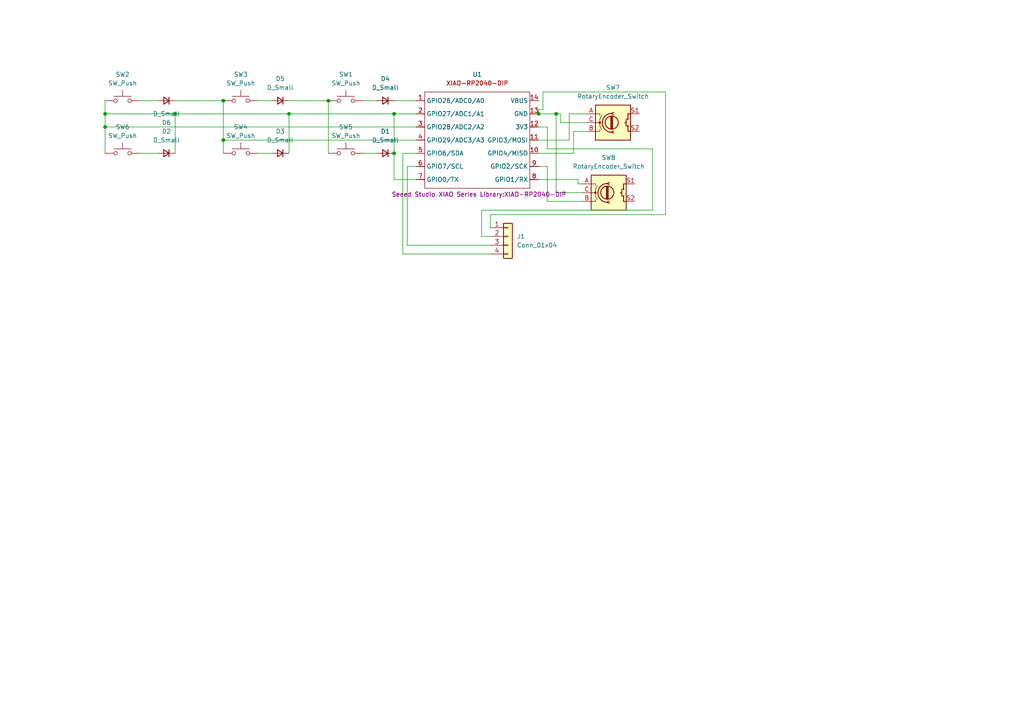
<source format=kicad_sch>
(kicad_sch (version 20250114) (generator "eeschema") (generator_version "9.0")
  (paper "A4")
  (lib_symbols
    (symbol "Connector_Generic:Conn_01x04" (pin_names (offset 1.016) (hide yes))
      (property "Reference" "J" (at 0 5.08 0))
      (property "Value" "Conn_01x04" (at 0 -7.62 0))
      (symbol "Conn_01x04_1_1"
        (rectangle (start -1.27 3.81) (end 1.27 -6.35) (stroke (width 0.254)) (fill (type background)))
        (rectangle (start -1.27 2.667) (end 0 2.413) (stroke (width 0.1524)))
        (rectangle (start -1.27 0.127) (end 0 -0.127) (stroke (width 0.1524)))
        (rectangle (start -1.27 -2.413) (end 0 -2.667) (stroke (width 0.1524)))
        (rectangle (start -1.27 -4.953) (end 0 -5.207) (stroke (width 0.1524)))
        (pin passive line (at -5.08 2.54 0) (length 3.81) (name "Pin_1") (number "1"))
        (pin passive line (at -5.08 0 0) (length 3.81) (name "Pin_2") (number "2"))
        (pin passive line (at -5.08 -2.54 0) (length 3.81) (name "Pin_3") (number "3"))
        (pin passive line (at -5.08 -5.08 0) (length 3.81) (name "Pin_4") (number "4"))
      )
    )
    (symbol "Device:D_Small" (pin_numbers (hide yes)) (pin_names (offset 0.254) (hide yes))
      (property "Reference" "D" (at -1.27 2.032 0))
      (property "Value" "D_Small" (at -3.81 -2.032 0))
      (symbol "D_Small_0_1"
        (polyline (pts (xy -0.762 0) (xy 0.762 0)))
        (polyline (pts (xy -0.762 -1.016) (xy -0.762 1.016)) (stroke (width 0.254)))
        (polyline (pts (xy 0.762 -1.016) (xy -0.762 0) (xy 0.762 1.016) (xy 0.762 -1.016)) (stroke (width 0.254)))
      )
      (symbol "D_Small_1_1"
        (pin passive line (at -2.54 0 0) (length 1.778) (name "K") (number "1"))
        (pin passive line (at 2.54 0 180) (length 1.778) (name "A") (number "2"))
      )
    )
    (symbol "Device:RotaryEncoder_Switch" (pin_names (offset 0.254) (hide yes))
      (property "Reference" "SW" (at 0 6.604 0))
      (property "Value" "RotaryEncoder_Switch" (at 0 -6.604 0))
      (symbol "RotaryEncoder_Switch_0_1"
        (rectangle (start -5.08 5.08) (end 5.08 -5.08) (stroke (width 0.254)) (fill (type background)))
        (polyline (pts (xy -5.08 2.54) (xy -3.81 2.54) (xy -3.81 2.032)))
        (polyline (pts (xy -5.08 0) (xy -3.81 0) (xy -3.81 -1.016) (xy -3.302 -2.032)))
        (polyline (pts (xy -5.08 -2.54) (xy -3.81 -2.54) (xy -3.81 -2.032)))
        (polyline (pts (xy -4.318 0) (xy -3.81 0) (xy -3.81 1.016) (xy -3.302 2.032)))
        (circle (center -3.81 0) (radius 0.254) (fill (type outline)))
        (polyline (pts (xy -0.635 -1.778) (xy -0.635 1.778)) (stroke (width 0.254)))
        (circle (center -0.381 0) (radius 1.905) (stroke (width 0.254)))
        (polyline (pts (xy -0.381 -1.778) (xy -0.381 1.778)) (stroke (width 0.254)))
        (arc (start -0.381 -2.794) (mid -3.0988 -0.0635) (end -0.381 2.667) (stroke (width 0.254)))
        (polyline (pts (xy -0.127 1.778) (xy -0.127 -1.778)) (stroke (width 0.254)))
        (polyline (pts (xy 0.254 2.921) (xy -0.508 2.667) (xy 0.127 2.286)) (stroke (width 0.254)))
        (polyline (pts (xy 0.254 -3.048) (xy -0.508 -2.794) (xy 0.127 -2.413)) (stroke (width 0.254)))
        (polyline (pts (xy 3.81 1.016) (xy 3.81 -1.016)) (stroke (width 0.254)))
        (polyline (pts (xy 3.81 0) (xy 3.429 0)) (stroke (width 0.254)))
        (circle (center 4.318 1.016) (radius 0.127) (stroke (width 0.254)))
        (circle (center 4.318 -1.016) (radius 0.127) (stroke (width 0.254)))
        (polyline (pts (xy 5.08 2.54) (xy 4.318 2.54) (xy 4.318 1.016)) (stroke (width 0.254)))
        (polyline (pts (xy 5.08 -2.54) (xy 4.318 -2.54) (xy 4.318 -1.016)) (stroke (width 0.254)))
      )
      (symbol "RotaryEncoder_Switch_1_1"
        (pin passive line (at -7.62 2.54 0) (length 2.54) (name "A") (number "A"))
        (pin passive line (at -7.62 0 0) (length 2.54) (name "C") (number "C"))
        (pin passive line (at -7.62 -2.54 0) (length 2.54) (name "B") (number "B"))
        (pin passive line (at 7.62 2.54 180) (length 2.54) (name "S1") (number "S1"))
        (pin passive line (at 7.62 -2.54 180) (length 2.54) (name "S2") (number "S2"))
      )
    )
    (symbol "Seeed_Studio_XIAO_Series:XIAO-RP2040-DIP"
      (property "Reference" "U" (at 0 0 0))
      (property "Value" "XIAO-RP2040-DIP" (at 5.334 -1.778 0))
      (symbol "XIAO-RP2040-DIP_1_0"
        (polyline (pts (xy -1.27 -2.54) (xy 29.21 -2.54)) (stroke (width 0.1524)))
        (polyline (pts (xy -1.27 -5.08) (xy -2.54 -5.08)) (stroke (width 0.1524)))
        (polyline (pts (xy -1.27 -5.08) (xy -1.27 -2.54)) (stroke (width 0.1524)))
        (polyline (pts (xy -1.27 -8.89) (xy -2.54 -8.89)) (stroke (width 0.1524)))
        (polyline (pts (xy -1.27 -8.89) (xy -1.27 -5.08)) (stroke (width 0.1524)))
        (polyline (pts (xy -1.27 -12.7) (xy -2.54 -12.7)) (stroke (width 0.1524)))
        (polyline (pts (xy -1.27 -12.7) (xy -1.27 -8.89)) (stroke (width 0.1524)))
        (polyline (pts (xy -1.27 -16.51) (xy -2.54 -16.51)) (stroke (width 0.1524)))
        (polyline (pts (xy -1.27 -16.51) (xy -1.27 -12.7)) (stroke (width 0.1524)))
        (polyline (pts (xy -1.27 -20.32) (xy -2.54 -20.32)) (stroke (width 0.1524)))
        (polyline (pts (xy -1.27 -24.13) (xy -2.54 -24.13)) (stroke (width 0.1524)))
        (polyline (pts (xy -1.27 -27.94) (xy -2.54 -27.94)) (stroke (width 0.1524)))
        (polyline (pts (xy -1.27 -30.48) (xy -1.27 -16.51)) (stroke (width 0.1524)))
        (polyline (pts (xy 29.21 -2.54) (xy 29.21 -5.08)) (stroke (width 0.1524)))
        (polyline (pts (xy 29.21 -5.08) (xy 29.21 -8.89)) (stroke (width 0.1524)))
        (polyline (pts (xy 29.21 -8.89) (xy 29.21 -12.7)) (stroke (width 0.1524)))
        (polyline (pts (xy 29.21 -12.7) (xy 29.21 -30.48)) (stroke (width 0.1524)))
        (polyline (pts (xy 29.21 -30.48) (xy -1.27 -30.48)) (stroke (width 0.1524)))
        (polyline (pts (xy 30.48 -5.08) (xy 29.21 -5.08)) (stroke (width 0.1524)))
        (polyline (pts (xy 30.48 -8.89) (xy 29.21 -8.89)) (stroke (width 0.1524)))
        (polyline (pts (xy 30.48 -12.7) (xy 29.21 -12.7)) (stroke (width 0.1524)))
        (polyline (pts (xy 30.48 -16.51) (xy 29.21 -16.51)) (stroke (width 0.1524)))
        (polyline (pts (xy 30.48 -20.32) (xy 29.21 -20.32)) (stroke (width 0.1524)))
        (polyline (pts (xy 30.48 -24.13) (xy 29.21 -24.13)) (stroke (width 0.1524)))
        (polyline (pts (xy 30.48 -27.94) (xy 29.21 -27.94)) (stroke (width 0.1524)))
        (pin passive line (at -3.81 -5.08 0) (length 2.54) (name "GPIO26/ADC0/A0") (number "1"))
        (pin passive line (at -3.81 -8.89 0) (length 2.54) (name "GPIO27/ADC1/A1") (number "2"))
        (pin passive line (at -3.81 -12.7 0) (length 2.54) (name "GPIO28/ADC2/A2") (number "3"))
        (pin passive line (at -3.81 -16.51 0) (length 2.54) (name "GPIO29/ADC3/A3") (number "4"))
        (pin passive line (at -3.81 -20.32 0) (length 2.54) (name "GPIO6/SDA") (number "5"))
        (pin passive line (at -3.81 -24.13 0) (length 2.54) (name "GPIO7/SCL") (number "6"))
        (pin passive line (at -3.81 -27.94 0) (length 2.54) (name "GPIO0/TX") (number "7"))
        (pin passive line (at 31.75 -5.08 180) (length 2.54) (name "VBUS") (number "14"))
        (pin passive line (at 31.75 -8.89 180) (length 2.54) (name "GND") (number "13"))
        (pin passive line (at 31.75 -12.7 180) (length 2.54) (name "3V3") (number "12"))
        (pin passive line (at 31.75 -16.51 180) (length 2.54) (name "GPIO3/MOSI") (number "11"))
        (pin passive line (at 31.75 -20.32 180) (length 2.54) (name "GPIO4/MISO") (number "10"))
        (pin passive line (at 31.75 -24.13 180) (length 2.54) (name "GPIO2/SCK") (number "9"))
        (pin passive line (at 31.75 -27.94 180) (length 2.54) (name "GPIO1/RX") (number "8"))
      )
    )
    (symbol "Switch:SW_Push" (pin_numbers (hide yes)) (pin_names (offset 1.016) (hide yes))
      (property "Reference" "SW" (at 1.27 2.54 0))
      (property "Value" "SW_Push" (at 0 -1.524 0))
      (symbol "SW_Push_0_1"
        (circle (center -2.032 0) (radius 0.508))
        (polyline (pts (xy 0 1.27) (xy 0 3.048)))
        (circle (center 2.032 0) (radius 0.508))
        (polyline (pts (xy 2.54 1.27) (xy -2.54 1.27)))
        (pin passive line (at -5.08 0 0) (length 2.54) (name "1") (number "1"))
        (pin passive line (at 5.08 0 180) (length 2.54) (name "2") (number "2"))
      )
    )
  )
  (junction (at 83.82 33.02))
  (junction (at 95.25 29.21))
  (junction (at 64.77 29.21))
  (junction (at 30.48 36.83))
  (junction (at 114.3 44.45))
  (junction (at 114.3 33.02))
  (junction (at 156.21 33.02))
  (junction (at 30.48 33.02))
  (junction (at 64.77 40.64))
  (junction (at 50.8 33.02))
  (junction (at 161.29 33.02))
  (wire (pts (xy 156.21 33.02) (xy 161.29 33.02)))
  (wire (pts (xy 165.1 40.64) (xy 156.21 40.64)))
  (wire (pts (xy 116.84 44.45) (xy 120.65 44.45)))
  (wire (pts (xy 30.48 33.02) (xy 30.48 36.83)))
  (wire (pts (xy 105.41 44.45) (xy 109.22 44.45)))
  (wire (pts (xy 158.75 48.26) (xy 156.21 48.26)))
  (wire (pts (xy 189.23 43.18) (xy 158.75 43.18)))
  (wire (pts (xy 74.93 44.45) (xy 78.74 44.45)))
  (wire (pts (xy 30.48 29.21) (xy 30.48 33.02)))
  (wire (pts (xy 158.75 43.18) (xy 158.75 36.83)))
  (wire (pts (xy 114.3 33.02) (xy 114.3 44.45)))
  (wire (pts (xy 40.64 44.45) (xy 45.72 44.45)))
  (wire (pts (xy 168.91 55.88) (xy 161.29 55.88)))
  (wire (pts (xy 158.75 58.42) (xy 158.75 48.26)))
  (wire (pts (xy 30.48 36.83) (xy 30.48 44.45)))
  (wire (pts (xy 166.37 38.1) (xy 166.37 44.45)))
  (wire (pts (xy 50.8 33.02) (xy 83.82 33.02)))
  (wire (pts (xy 170.18 38.1) (xy 166.37 38.1)))
  (wire (pts (xy 114.3 52.07) (xy 114.3 44.45)))
  (wire (pts (xy 193.04 26.67) (xy 157.48 26.67)))
  (wire (pts (xy 120.65 52.07) (xy 114.3 52.07)))
  (wire (pts (xy 30.48 36.83) (xy 120.65 36.83)))
  (wire (pts (xy 158.75 36.83) (xy 156.21 36.83)))
  (wire (pts (xy 118.11 48.26) (xy 120.65 48.26)))
  (wire (pts (xy 142.24 62.23) (xy 193.04 62.23)))
  (wire (pts (xy 118.11 71.12) (xy 118.11 48.26)))
  (wire (pts (xy 167.64 53.34) (xy 168.91 53.34)))
  (wire (pts (xy 139.7 68.58) (xy 139.7 60.96)))
  (wire (pts (xy 64.77 40.64) (xy 120.65 40.64)))
  (wire (pts (xy 83.82 33.02) (xy 114.3 33.02)))
  (wire (pts (xy 161.29 55.88) (xy 161.29 33.02)))
  (wire (pts (xy 74.93 29.21) (xy 78.74 29.21)))
  (wire (pts (xy 50.8 29.21) (xy 64.77 29.21)))
  (wire (pts (xy 168.91 58.42) (xy 158.75 58.42)))
  (wire (pts (xy 83.82 29.21) (xy 95.25 29.21)))
  (wire (pts (xy 170.18 35.56) (xy 162.56 35.56)))
  (wire (pts (xy 156.21 52.07) (xy 167.64 52.07)))
  (wire (pts (xy 193.04 62.23) (xy 193.04 26.67)))
  (wire (pts (xy 64.77 29.21) (xy 64.77 40.64)))
  (wire (pts (xy 142.24 66.04) (xy 142.24 62.23)))
  (wire (pts (xy 165.1 33.02) (xy 165.1 40.64)))
  (wire (pts (xy 95.25 29.21) (xy 95.25 44.45)))
  (wire (pts (xy 156.21 31.75) (xy 156.21 33.02)))
  (wire (pts (xy 105.41 29.21) (xy 109.22 29.21)))
  (wire (pts (xy 50.8 33.02) (xy 50.8 44.45)))
  (wire (pts (xy 30.48 33.02) (xy 50.8 33.02)))
  (wire (pts (xy 142.24 68.58) (xy 139.7 68.58)))
  (wire (pts (xy 162.56 35.56) (xy 162.56 33.02)))
  (wire (pts (xy 40.64 29.21) (xy 45.72 29.21)))
  (wire (pts (xy 83.82 33.02) (xy 83.82 44.45)))
  (wire (pts (xy 166.37 44.45) (xy 156.21 44.45)))
  (wire (pts (xy 142.24 73.66) (xy 116.84 73.66)))
  (wire (pts (xy 142.24 71.12) (xy 118.11 71.12)))
  (wire (pts (xy 189.23 60.96) (xy 189.23 43.18)))
  (wire (pts (xy 116.84 73.66) (xy 116.84 44.45)))
  (wire (pts (xy 114.3 33.02) (xy 120.65 33.02)))
  (wire (pts (xy 157.48 31.75) (xy 156.21 31.75)))
  (wire (pts (xy 161.29 33.02) (xy 162.56 33.02)))
  (wire (pts (xy 64.77 40.64) (xy 64.77 44.45)))
  (wire (pts (xy 157.48 26.67) (xy 157.48 31.75)))
  (wire (pts (xy 170.18 33.02) (xy 165.1 33.02)))
  (wire (pts (xy 139.7 60.96) (xy 189.23 60.96)))
  (wire (pts (xy 167.64 52.07) (xy 167.64 53.34)))
  (wire (pts (xy 114.3 29.21) (xy 120.65 29.21)))
  (symbol (lib_id "Switch:SW_Push") (at 100.33 29.21 0) (unit 1)
    (property "Reference" "SW1" (at 100.33 21.59 0))
    (property "Value" "SW_Push" (at 100.33 24.13 0))
    (property "Footprint" "Button_Switch_Keyboard:SW_Cherry_MX_1.00u_PCB" (effects (hide yes)))
    (property "Description" "Push button switch, generic, two pins" (effects (hide yes)))
  )
  (symbol (lib_id "Device:D_Small") (at 111.76 44.45 180) (unit 1)
    (property "Reference" "D1" (at 111.76 38.1 0))
    (property "Value" "D_Small" (at 111.76 40.64 0))
    (property "Footprint" "Diode_THT:D_DO-35_SOD27_P7.62mm_Horizontal" (effects (hide yes)))
    (property "Description" "Diode, small symbol" (effects (hide yes)))
    (property "Sim.Device" "D" (effects (hide yes)))
    (property "Sim.Pins" "1=K 2=A" (effects (hide yes)))
  )
  (symbol (lib_id "Device:D_Small") (at 81.28 44.45 180) (unit 1)
    (property "Reference" "D3" (at 81.28 38.1 0))
    (property "Value" "D_Small" (at 81.28 40.64 0))
    (property "Footprint" "Diode_THT:D_DO-35_SOD27_P7.62mm_Horizontal" (effects (hide yes)))
    (property "Description" "Diode, small symbol" (effects (hide yes)))
    (property "Sim.Device" "D" (effects (hide yes)))
    (property "Sim.Pins" "1=K 2=A" (effects (hide yes)))
  )
  (symbol (lib_id "Connector_Generic:Conn_01x04") (at 147.32 68.58 0) (unit 1)
    (property "Reference" "J1" (at 149.86 68.5799 0) (effects (justify left)))
    (property "Value" "Conn_01x04" (at 149.86 71.1199 0) (effects (justify left)))
    (property "Footprint" "Connector_PinHeader_2.54mm:PinHeader_1x04_P2.54mm_Vertical" (effects (hide yes)))
    (property "Description" "Generic connector, single row, 01x04, script generated (kicad-library-utils/schlib/autogen/connector/)" (effects (hide yes)))
  )
  (symbol (lib_id "Switch:SW_Push") (at 69.85 44.45 0) (unit 1)
    (property "Reference" "SW4" (at 69.85 36.83 0))
    (property "Value" "SW_Push" (at 69.85 39.37 0))
    (property "Footprint" "Button_Switch_Keyboard:SW_Cherry_MX_1.00u_PCB" (effects (hide yes)))
    (property "Description" "Push button switch, generic, two pins" (effects (hide yes)))
  )
  (symbol (lib_id "Switch:SW_Push") (at 69.85 29.21 0) (unit 1)
    (property "Reference" "SW3" (at 69.85 21.59 0))
    (property "Value" "SW_Push" (at 69.85 24.13 0))
    (property "Footprint" "Button_Switch_Keyboard:SW_Cherry_MX_1.00u_PCB" (effects (hide yes)))
    (property "Description" "Push button switch, generic, two pins" (effects (hide yes)))
  )
  (symbol (lib_id "Switch:SW_Push") (at 100.33 44.45 0) (unit 1)
    (property "Reference" "SW5" (at 100.33 36.83 0))
    (property "Value" "SW_Push" (at 100.33 39.37 0))
    (property "Footprint" "Button_Switch_Keyboard:SW_Cherry_MX_1.00u_PCB" (effects (hide yes)))
    (property "Description" "Push button switch, generic, two pins" (effects (hide yes)))
  )
  (symbol (lib_id "Switch:SW_Push") (at 35.56 44.45 0) (unit 1)
    (property "Reference" "SW6" (at 35.56 36.83 0))
    (property "Value" "SW_Push" (at 35.56 39.37 0))
    (property "Footprint" "Button_Switch_Keyboard:SW_Cherry_MX_1.00u_PCB" (effects (hide yes)))
    (property "Description" "Push button switch, generic, two pins" (effects (hide yes)))
  )
  (symbol (lib_id "Device:D_Small") (at 111.76 29.21 180) (unit 1)
    (property "Reference" "D4" (at 111.76 22.86 0))
    (property "Value" "D_Small" (at 111.76 25.4 0))
    (property "Footprint" "Diode_THT:D_DO-35_SOD27_P7.62mm_Horizontal" (effects (hide yes)))
    (property "Description" "Diode, small symbol" (effects (hide yes)))
    (property "Sim.Device" "D" (effects (hide yes)))
    (property "Sim.Pins" "1=K 2=A" (effects (hide yes)))
  )
  (symbol (lib_id "Device:RotaryEncoder_Switch") (at 177.8 35.56 0) (unit 1)
    (property "Reference" "SW7" (at 177.8 25.4 0))
    (property "Value" "RotaryEncoder_Switch" (at 177.8 27.94 0))
    (property "Footprint" "Rotary_Encoder:RotaryEncoder_Alps_EC11E-Switch_Vertical_H20mm" (effects (hide yes)))
    (property "Description" "Rotary encoder, dual channel, incremental quadrate outputs, with switch" (effects (hide yes)))
  )
  (symbol (lib_id "Device:D_Small") (at 48.26 29.21 180) (unit 1)
    (property "Reference" "D6" (at 48.26 35.56 0))
    (property "Value" "D_Small" (at 48.26 33.02 0))
    (property "Footprint" "Diode_THT:D_DO-35_SOD27_P7.62mm_Horizontal" (effects (hide yes)))
    (property "Description" "Diode, small symbol" (effects (hide yes)))
    (property "Sim.Device" "D" (effects (hide yes)))
    (property "Sim.Pins" "1=K 2=A" (effects (hide yes)))
  )
  (symbol (lib_id "Device:RotaryEncoder_Switch") (at 176.53 55.88 0) (unit 1)
    (property "Reference" "SW8" (at 176.53 45.72 0))
    (property "Value" "RotaryEncoder_Switch" (at 176.53 48.26 0))
    (property "Footprint" "Rotary_Encoder:RotaryEncoder_Alps_EC11E-Switch_Vertical_H20mm" (effects (hide yes)))
    (property "Description" "Rotary encoder, dual channel, incremental quadrate outputs, with switch" (effects (hide yes)))
  )
  (symbol (lib_id "Device:D_Small") (at 81.28 29.21 180) (unit 1)
    (property "Reference" "D5" (at 81.28 22.86 0))
    (property "Value" "D_Small" (at 81.28 25.4 0))
    (property "Footprint" "Diode_THT:D_DO-35_SOD27_P7.62mm_Horizontal" (effects (hide yes)))
    (property "Description" "Diode, small symbol" (effects (hide yes)))
    (property "Sim.Device" "D" (effects (hide yes)))
    (property "Sim.Pins" "1=K 2=A" (effects (hide yes)))
  )
  (symbol (lib_id "Device:D_Small") (at 48.26 44.45 180) (unit 1)
    (property "Reference" "D2" (at 48.26 38.1 0))
    (property "Value" "D_Small" (at 48.26 40.64 0))
    (property "Footprint" "Diode_THT:D_DO-35_SOD27_P7.62mm_Horizontal" (effects (hide yes)))
    (property "Description" "Diode, small symbol" (effects (hide yes)))
    (property "Sim.Device" "D" (effects (hide yes)))
    (property "Sim.Pins" "1=K 2=A" (effects (hide yes)))
  )
  (symbol (lib_id "Switch:SW_Push") (at 35.56 29.21 0) (unit 1)
    (property "Reference" "SW2" (at 35.56 21.59 0))
    (property "Value" "SW_Push" (at 35.56 24.13 0))
    (property "Footprint" "Button_Switch_Keyboard:SW_Cherry_MX_1.00u_PCB" (effects (hide yes)))
    (property "Description" "Push button switch, generic, two pins" (effects (hide yes)))
  )
  (symbol (lib_id "Seeed_Studio_XIAO_Series:XIAO-RP2040-DIP") (at 124.46 24.13 0) (unit 1)
    (property "Reference" "U1" (at 138.43 21.59 0))
    (property "Value" "XIAO-RP2040-DIP" (at 138.43 24.13 0))
    (property "Footprint" "Seeed Studio XIAO Series Library:XIAO-RP2040-DIP" (at 138.938 56.388 0))
  )
)
</source>
